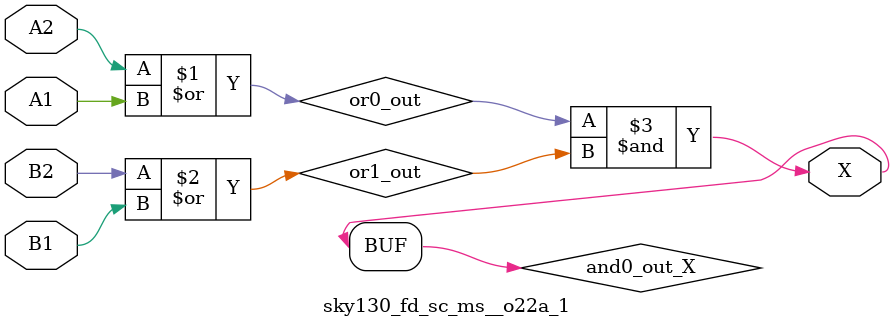
<source format=v>
/*
 * Copyright 2020 The SkyWater PDK Authors
 *
 * Licensed under the Apache License, Version 2.0 (the "License");
 * you may not use this file except in compliance with the License.
 * You may obtain a copy of the License at
 *
 *     https://www.apache.org/licenses/LICENSE-2.0
 *
 * Unless required by applicable law or agreed to in writing, software
 * distributed under the License is distributed on an "AS IS" BASIS,
 * WITHOUT WARRANTIES OR CONDITIONS OF ANY KIND, either express or implied.
 * See the License for the specific language governing permissions and
 * limitations under the License.
 *
 * SPDX-License-Identifier: Apache-2.0
*/


`ifndef SKY130_FD_SC_MS__O22A_1_FUNCTIONAL_V
`define SKY130_FD_SC_MS__O22A_1_FUNCTIONAL_V

/**
 * o22a: 2-input OR into both inputs of 2-input AND.
 *
 *       X = ((A1 | A2) & (B1 | B2))
 *
 * Verilog simulation functional model.
 */

`timescale 1ns / 1ps
`default_nettype none

`celldefine
module sky130_fd_sc_ms__o22a_1 (
    X ,
    A1,
    A2,
    B1,
    B2
);

    // Module ports
    output X ;
    input  A1;
    input  A2;
    input  B1;
    input  B2;

    // Local signals
    wire or0_out   ;
    wire or1_out   ;
    wire and0_out_X;

    //  Name  Output      Other arguments
    or  or0  (or0_out   , A2, A1          );
    or  or1  (or1_out   , B2, B1          );
    and and0 (and0_out_X, or0_out, or1_out);
    buf buf0 (X         , and0_out_X      );

endmodule
`endcelldefine

`default_nettype wire
`endif  // SKY130_FD_SC_MS__O22A_1_FUNCTIONAL_V

</source>
